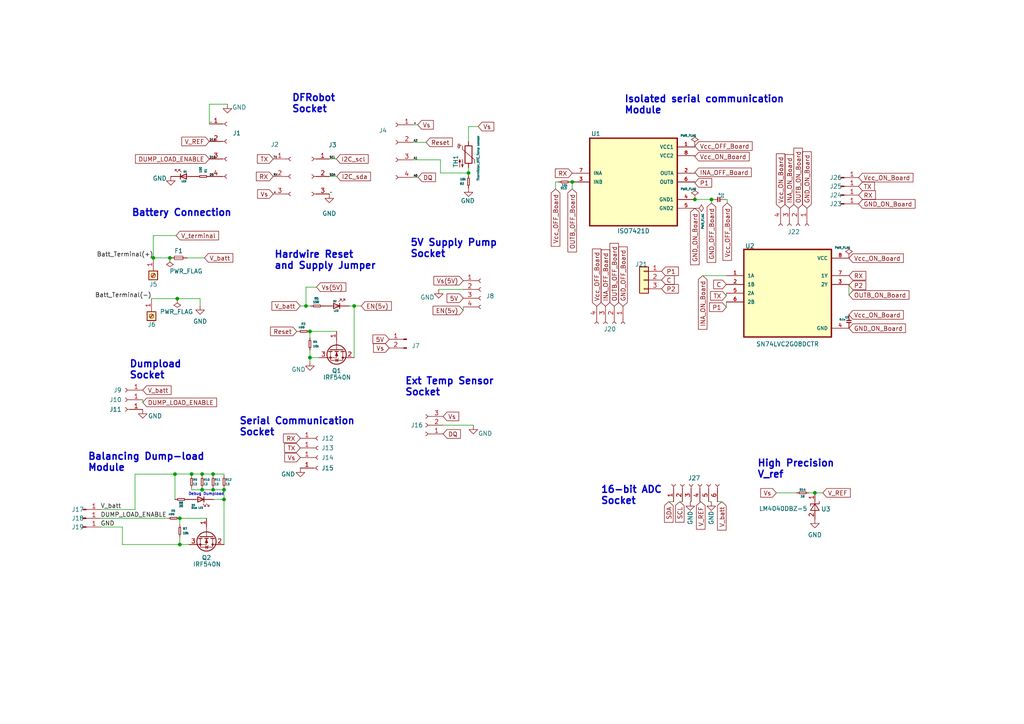
<source format=kicad_sch>
(kicad_sch (version 20230121) (generator eeschema)
  (paper "A4")
  (title_block (title "Skripsie BMS Module") (rev "v01") (company "University of Stellenbosch") (comment 2 "Supervisor: JM Struass") (comment 3 "Student number: 22877169") (comment 4 "Author: Willem Viljoen"))
  (lib_symbols
    (symbol "Connector:Conn_01x01_Pin" (pin_names (offset 1.016) hide)
      (property "Reference" "J" (at 0 2.54 0))
      (property "Value" "Conn_01x01_Pin" (at 0 -2.54 0))
      (symbol "Conn_01x01_Pin_1_1"
        (pin passive line (at 5.08 0 180) (length 3.81) (name "Pin_1") (number "1"))
      )
    )
    (symbol "Connector:Conn_01x01_Socket" (pin_names (offset 1.016) hide)
      (property "Reference" "J" (at 0 2.54 0))
      (property "Value" "Conn_01x01_Socket" (at 0 -2.54 0))
      (symbol "Conn_01x01_Socket_1_1"
        (pin passive line (at -5.08 0 0) (length 3.81) (name "Pin_1") (number "1"))
      )
    )
    (symbol "Connector:Conn_01x02_Pin" (pin_names (offset 1.016) hide)
      (property "Reference" "J" (at 0 2.54 0))
      (property "Value" "Conn_01x02_Pin" (at 0 -5.08 0))
      (symbol "Conn_01x02_Pin_1_1"
        (pin passive line (at 5.08 0 180) (length 3.81) (name "Pin_1") (number "1"))
        (pin passive line (at 5.08 -2.54 180) (length 3.81) (name "Pin_2") (number "2"))
      )
    )
    (symbol "Connector:Conn_01x03_Socket" (pin_names (offset 1.016) hide)
      (property "Reference" "J" (at 0 5.08 0))
      (property "Value" "Conn_01x03_Socket" (at 0 -5.08 0))
      (symbol "Conn_01x03_Socket_1_1"
        (pin passive line (at -5.08 2.54 0) (length 3.81) (name "Pin_1") (number "1"))
        (pin passive line (at -5.08 0 0) (length 3.81) (name "Pin_2") (number "2"))
        (pin passive line (at -5.08 -2.54 0) (length 3.81) (name "Pin_3") (number "3"))
      )
    )
    (symbol "Connector:Conn_01x04_Socket" (pin_names (offset 1.016) hide)
      (property "Reference" "J" (at 0 5.08 0))
      (property "Value" "Conn_01x04_Socket" (at 0 -7.62 0))
      (symbol "Conn_01x04_Socket_1_1"
        (pin passive line (at -5.08 2.54 0) (length 3.81) (name "Pin_1") (number "1"))
        (pin passive line (at -5.08 0 0) (length 3.81) (name "Pin_2") (number "2"))
        (pin passive line (at -5.08 -2.54 0) (length 3.81) (name "Pin_3") (number "3"))
        (pin passive line (at -5.08 -5.08 0) (length 3.81) (name "Pin_4") (number "4"))
      )
    )
    (symbol "Connector:Conn_01x05_Socket" (pin_names (offset 1.016) hide)
      (property "Reference" "J5" (at 1.651 0.635 0))
      (symbol "Conn_01x05_Socket_1_1"
        (pin passive line (at -5.08 5.08 0) (length 3.81) (name "Pin_1") (number "1"))
        (pin passive line (at -5.08 0 0) (length 3.81) (name "Pin_2") (number "2"))
        (pin passive line (at -5.08 -5.08 0) (length 3.81) (name "Pin_3") (number "3"))
      )
    )
    (symbol "Connector:Conn_01x06_Socket" (pin_names (offset 1.016) hide)
      (property "Reference" "J" (at 0 7.62 0))
      (property "Value" "Conn_01x06_Socket" (at 0 -10.16 0))
      (symbol "Conn_01x06_Socket_1_1"
        (pin passive line (at -5.08 5.08 0) (length 3.81) (name "Pin_1") (number "1"))
        (pin passive line (at -5.08 2.54 0) (length 3.81) (name "Pin_2") (number "2"))
        (pin passive line (at -5.08 0 0) (length 3.81) (name "Pin_3") (number "3"))
        (pin passive line (at -5.08 -2.54 0) (length 3.81) (name "Pin_4") (number "4"))
        (pin passive line (at -5.08 -5.08 0) (length 3.81) (name "Pin_5") (number "5"))
        (pin passive line (at -5.08 -7.62 0) (length 3.81) (name "Pin_6") (number "6"))
      )
    )
    (symbol "Connector:Conn_01x07_Socket" (pin_names (offset 1.016) hide)
      (property "Reference" "J10" (at 0 9.652 0))
      (symbol "Conn_01x07_Socket_1_1"
        (pin passive line (at -5.08 7.62 0) (length 3.81) (name "Pin_1") (number "1"))
        (pin passive line (at -5.08 2.54 0) (length 3.81) (name "Pin_2") (number "2"))
        (pin passive line (at -5.08 -2.54 0) (length 3.81) (name "Pin_3") (number "3"))
        (pin passive line (at -5.08 -7.62 0) (length 3.81) (name "Pin_4") (number "4"))
      )
    )
    (symbol "Connector:Screw_Terminal_01x01" (pin_names (offset 1.016) hide)
      (property "Reference" "J" (at 0 2.54 0))
      (property "Value" "Screw_Terminal_01x01" (at 0 -2.54 0))
      (symbol "Screw_Terminal_01x01_1_1"
        (pin passive line (at -5.08 0 0) (length 3.81) (name "Pin_1") (number "1"))
      )
    )
    (symbol "Connector_Generic:Conn_01x03" (pin_names (offset 1.016) hide)
      (property "Reference" "J" (at 0 5.08 0))
      (property "Value" "Conn_01x03" (at 0 -5.08 0))
      (symbol "Conn_01x03_1_1"
        (pin passive line (at -5.08 2.54 0) (length 3.81) (name "Pin_1") (number "1"))
        (pin passive line (at -5.08 0 0) (length 3.81) (name "Pin_2") (number "2"))
        (pin passive line (at -5.08 -2.54 0) (length 3.81) (name "Pin_3") (number "3"))
      )
    )
    (symbol "Device:C" (pin_numbers hide) (pin_names (offset 0.254))
      (property "Reference" "C" (at 0.9906 -0.5588 0))
      (property "Value" "C" (at 1.016 -0.5588 0))
      (symbol "C_1_1"
        (pin passive line (at 0.0508 -1.9812 90) (length 1.5) (name "~") (number "2"))
        (pin passive line (at 0.0508 1.905 270) (length 1.5) (name "~") (number "3"))
      )
    )
    (symbol "Device:Fuse_Small" (pin_numbers hide) (pin_names (offset 0.254) hide)
      (property "Reference" "F" (at 0 -1.524 0))
      (property "Value" "Fuse_Small" (at 0 1.524 0))
      (symbol "Fuse_Small_1_1"
        (pin passive line (at -2.54 0 0) (length 1.27) (name "~") (number "1"))
        (pin passive line (at 2.54 0 180) (length 1.27) (name "~") (number "2"))
      )
    )
    (symbol "Device:LED" (pin_numbers hide) (pin_names (offset 1.016) hide)
      (property "Reference" "D1" (at -1.524 3.302 0))
      (property "Value" "LED" (at -1.5875 2.286 0))
      (symbol "LED_1_1"
        (pin passive line (at -3.81 0 0) (length 2.54) (name "K") (number "1"))
        (pin passive line (at 3.81 0 180) (length 2.54) (name "A") (number "2"))
      )
    )
    (symbol "Device:R" (pin_numbers hide) (pin_names (offset 0))
      (property "Reference" "R" (at 1.524 -0.508 90))
      (property "Value" "R" (at 1.524 -0.508 90))
      (symbol "R_1_1"
        (pin passive line (at 0 -1.778 90) (length 0.6) (name "~") (number "2"))
        (pin passive line (at 0 1.778 270) (length 0.6) (name "~") (number "3"))
      )
    )
    (symbol "Device:Thermistor_NTC" (pin_numbers hide) (pin_names (offset 0))
      (property "Reference" "TH" (at -4.445 0 90))
      (property "Value" "Thermistor_NTC" (at 3.175 0 90))
      (symbol "Thermistor_NTC_1_1"
        (pin passive line (at 0 3.81 270) (length 1.27) (name "~") (number "1"))
        (pin passive line (at 0 -3.81 90) (length 1.27) (name "~") (number "2"))
      )
    )
    (symbol "ISO7421D:ISO7421D" (pin_names (offset 1.016))
      (property "Reference" "U" (at -12.7 13.7 0))
      (property "Value" "ISO7421D" (at -12.7 -16.7 0))
      (symbol "ISO7421D_0_0"
        (pin power_in line (at 17.78 10.16 180) (length 5.08) (name "VCC1") (number "1"))
        (pin output line (at 17.78 2.54 180) (length 5.08) (name "OUTA") (number "2"))
        (pin input line (at -17.78 0 0) (length 5.08) (name "INB") (number "3"))
        (pin power_in line (at 17.78 -5.08 180) (length 5.08) (name "GND1") (number "4"))
        (pin power_in line (at 17.78 -7.62 180) (length 5.08) (name "GND2") (number "5"))
        (pin output line (at 17.78 0 180) (length 5.08) (name "OUTB") (number "6"))
        (pin input line (at -17.78 2.54 0) (length 5.08) (name "INA") (number "7"))
        (pin power_in line (at 17.78 7.62 180) (length 5.08) (name "VCC2") (number "8"))
      )
    )
    (symbol "Reference_Voltage:LM4040DBZ-5" (pin_names (offset 0.0254) hide)
      (property "Reference" "U" (at 0 2.54 0))
      (property "Value" "LM4040DBZ-5" (at 0 -3.175 0))
      (symbol "LM4040DBZ-5_1_1"
        (pin passive line (at 3.81 0 180) (length 2.54) (name "K") (number "1"))
        (pin passive line (at -3.81 0 0) (length 2.54) (name "A") (number "2"))
      )
    )
    (symbol "TI_ANDgate:SN74LVC2G08DCTR" (pin_names (offset 1.016))
      (property "Reference" "U" (at -12.7 13.7 0))
      (property "Value" "SN74LVC2G08DCTR" (at -12.7 -16.7 0))
      (symbol "SN74LVC2G08DCTR_0_0"
        (pin input line (at -17.78 5.08 0) (length 5.08) (name "1A") (number "1"))
        (pin input line (at -17.78 2.54 0) (length 5.08) (name "1B") (number "2"))
        (pin output line (at 17.78 2.54 180) (length 5.08) (name "2Y") (number "3"))
        (pin power_in line (at 17.78 -10.16 180) (length 5.08) (name "GND") (number "4"))
        (pin input line (at -17.78 0 0) (length 5.08) (name "2A") (number "5"))
        (pin input line (at -17.78 -2.54 0) (length 5.08) (name "2B") (number "6"))
        (pin output line (at 17.78 5.08 180) (length 5.08) (name "1Y") (number "7"))
        (pin power_in line (at 17.78 10.16 180) (length 5.08) (name "VCC") (number "8"))
      )
    )
    (symbol "Transistor_FET:IRF540N" (pin_names hide)
      (property "Reference" "Q" (at 6.35 1.905 0))
      (property "Value" "IRF540N" (at 6.35 0 0))
      (symbol "IRF540N_1_1"
        (pin input line (at -5.08 0 0) (length 2.54) (name "G") (number "1"))
        (pin passive line (at 2.54 5.08 270) (length 2.54) (name "D") (number "2"))
        (pin passive line (at 2.54 -5.08 90) (length 2.54) (name "S") (number "3"))
      )
    )
    (symbol "power:GND" (power) (pin_names (offset 0))
      (property "Value" "GND" (at 0 -3.81 0))
      (symbol "GND_1_1"
        (pin power_in line (at 0 0 270) (length 0) hide (name "GND") (number "1"))
      )
    )
    (symbol "power:PWR_FLAG" (power) (pin_numbers hide) (pin_names (offset 0) hide)
      (property "Value" "PWR_FLAG" (at 0 3.81 0))
      (symbol "PWR_FLAG_0_0"
        (pin power_out line (at 0 0 90) (length 0) (name "pwr") (number "1"))
      )
    )
  )
  (junction (at 52.1462 150.3172))
  (junction (at 206.3496 57.8612))
  (junction (at 61.7982 137.4902))
  (junction (at 135.89 50.165))
  (junction (at 44.45 74.803))
  (junction (at 88.7476 88.7476))
  (junction (at 55.5752 137.4902))
  (junction (at 64.9732 144.8562))
  (junction (at 61.7982 142.0622))
  (junction (at 89.8906 103.7336))
  (junction (at 89.8906 96.1136))
  (junction (at 201.549 57.8612))
  (junction (at 102.7176 88.7476))
  (junction (at 50.7492 137.5156))
  (junction (at 236.347 142.9512))
  (junction (at 64.9732 142.0622))
  (junction (at 51.4096 86.614))
  (junction (at 165.9636 52.7812))
  (junction (at 58.6232 142.0622))
  (junction (at 49.276 74.803))
  (junction (at 52.1462 157.9372))
  (junction (at 58.6232 137.4902))
  (wire (pts (xy 58.6232 142.0622) (xy 55.5752 142.0622)))
  (wire (pts (xy 64.9732 137.9982) (xy 64.9732 137.4902)))
  (wire (pts (xy 44.45 74.803) (xy 49.276 74.803)))
  (wire (pts (xy 89.8906 103.7336) (xy 89.8906 101.5746)))
  (wire (pts (xy 61.7982 141.5542) (xy 61.7982 142.0622)))
  (wire (pts (xy 58.6232 141.5542) (xy 58.6232 142.0622)))
  (wire (pts (xy 58.039 88.646) (xy 58.039 86.614)))
  (wire (pts (xy 201.5236 57.8612) (xy 201.549 57.8612)))
  (wire (pts (xy 225.171 142.9512) (xy 231.013 142.9512)))
  (wire (pts (xy 92.5576 103.7336) (xy 89.8906 103.7336)))
  (wire (pts (xy 50.7492 137.4902) (xy 50.7492 137.5156)))
  (wire (pts (xy 246.2276 82.4992) (xy 246.2276 85.5472)))
  (wire (pts (xy 119.888 46.355) (xy 127.762 46.355)))
  (wire (pts (xy 39.1668 137.5156) (xy 50.7492 137.5156)))
  (wire (pts (xy 135.89 48.641) (xy 135.89 50.165)))
  (wire (pts (xy 58.6232 137.9982) (xy 58.6232 137.4902)))
  (wire (pts (xy 161.1376 52.7812) (xy 161.9758 52.7812)))
  (wire (pts (xy 29.1592 147.7772) (xy 39.1668 147.7772)))
  (wire (pts (xy 58.039 86.614) (xy 51.4096 86.614)))
  (wire (pts (xy 201.5236 42.3672) (xy 201.5236 42.6212)))
  (wire (pts (xy 236.347 142.9512) (xy 238.633 142.9512)))
  (wire (pts (xy 64.9732 144.8562) (xy 64.9732 157.9372)))
  (wire (pts (xy 86.0806 96.1136) (xy 86.3346 96.1136)))
  (wire (pts (xy 55.5752 137.4902) (xy 58.6232 137.4902)))
  (wire (pts (xy 205.5368 145.5166) (xy 206.2988 145.5166)))
  (wire (pts (xy 210.9216 57.8612) (xy 210.4644 57.8612)))
  (wire (pts (xy 64.9732 137.4902) (xy 61.7982 137.4902)))
  (wire (pts (xy 102.7176 88.7476) (xy 104.7496 88.7476)))
  (wire (pts (xy 193.9798 145.5166) (xy 195.3768 145.5166)))
  (wire (pts (xy 101.3206 88.7476) (xy 102.7176 88.7476)))
  (wire (pts (xy 102.7176 88.7476) (xy 102.7176 103.7336)))
  (wire (pts (xy 119.888 51.435) (xy 121.285 51.435)))
  (wire (pts (xy 51.054 68.326) (xy 44.45 68.326)))
  (wire (pts (xy 206.3496 57.8612) (xy 206.3496 58.8772)))
  (wire (pts (xy 127.762 50.165) (xy 135.89 50.165)))
  (wire (pts (xy 210.6676 87.5792) (xy 210.6676 89.1032)))
  (wire (pts (xy 201.5236 49.9872) (xy 201.5236 50.2412)))
  (wire (pts (xy 89.8906 103.7336) (xy 89.8906 104.8766)))
  (wire (pts (xy 119.888 41.275) (xy 123.571 41.275)))
  (wire (pts (xy 201.5236 45.1612) (xy 201.5236 45.4152)))
  (wire (pts (xy 119.888 36.195) (xy 121.158 36.195)))
  (wire (pts (xy 206.3496 57.8612) (xy 206.5782 57.8612)))
  (wire (pts (xy 127.254 83.947) (xy 134.366 83.947)))
  (wire (pts (xy 59.8932 150.3172) (xy 52.1462 150.3172)))
  (wire (pts (xy 88.7476 88.7476) (xy 90.1446 88.7476)))
  (wire (pts (xy 35.5092 157.9372) (xy 52.1462 157.9372)))
  (wire (pts (xy 203.8096 79.9592) (xy 210.6676 79.9592)))
  (wire (pts (xy 87.0966 88.7476) (xy 88.7476 88.7476)))
  (wire (pts (xy 201.549 57.8612) (xy 206.3496 57.8612)))
  (wire (pts (xy 135.89 41.021) (xy 135.89 36.703)))
  (wire (pts (xy 65.9638 30.226) (xy 60.706 30.226)))
  (wire (pts (xy 201.5236 52.7812) (xy 201.5236 53.0352)))
  (wire (pts (xy 200.2028 145.5166) (xy 200.4568 145.5166)))
  (wire (pts (xy 64.9732 141.5542) (xy 64.9732 142.0622)))
  (wire (pts (xy 135.89 50.165) (xy 135.89 50.927)))
  (wire (pts (xy 44.45 68.326) (xy 44.45 74.803)))
  (wire (pts (xy 55.5752 142.0622) (xy 55.5752 141.5542)))
  (wire (pts (xy 50.7492 137.5156) (xy 50.7492 144.8562)))
  (wire (pts (xy 135.89 36.703) (xy 138.684 36.703)))
  (wire (pts (xy 52.1462 150.3172) (xy 52.1462 152.2222)))
  (wire (pts (xy 89.8906 96.1136) (xy 89.8906 98.0186)))
  (wire (pts (xy 60.706 30.226) (xy 60.706 35.941)))
  (wire (pts (xy 134.366 89.027) (xy 134.366 90.043)))
  (wire (pts (xy 165.5318 52.7812) (xy 165.9636 52.7812)))
  (wire (pts (xy 29.1592 150.3172) (xy 48.5902 150.3172)))
  (wire (pts (xy 161.1376 54.8132) (xy 161.1376 52.7812)))
  (wire (pts (xy 88.7476 83.2866) (xy 91.7956 83.2866)))
  (wire (pts (xy 54.356 74.803) (xy 59.309 74.803)))
  (wire (pts (xy 52.1462 155.7782) (xy 52.1462 157.9372)))
  (wire (pts (xy 55.5752 137.4902) (xy 50.7492 137.4902)))
  (wire (pts (xy 61.7982 137.9982) (xy 61.7982 137.4902)))
  (wire (pts (xy 51.4096 86.614) (xy 43.942 86.614)))
  (wire (pts (xy 210.6676 85.0392) (xy 210.6676 85.8012)))
  (wire (pts (xy 127.762 46.355) (xy 127.762 50.165)))
  (wire (pts (xy 35.5092 152.8572) (xy 35.5092 157.9372)))
  (wire (pts (xy 210.9216 58.8772) (xy 210.9216 57.8612)))
  (wire (pts (xy 208.0768 145.5166) (xy 209.3468 145.5166)))
  (wire (pts (xy 95.504 51.181) (xy 97.663 51.181)))
  (wire (pts (xy 61.7982 137.4902) (xy 58.6232 137.4902)))
  (wire (pts (xy 61.9252 144.8562) (xy 64.9732 144.8562)))
  (wire (pts (xy 88.7476 83.2866) (xy 88.7476 88.7476)))
  (wire (pts (xy 137.287 123.317) (xy 128.524 123.317)))
  (wire (pts (xy 64.9732 144.8562) (xy 64.9732 142.0622)))
  (wire (pts (xy 64.9732 142.0622) (xy 61.7982 142.0622)))
  (wire (pts (xy 202.9968 145.5166) (xy 203.2508 145.5166)))
  (wire (pts (xy 61.7982 142.0622) (xy 58.6232 142.0622)))
  (wire (pts (xy 41.402 115.951) (xy 41.402 116.713)))
  (wire (pts (xy 54.8132 157.9372) (xy 52.1462 157.9372)))
  (wire (pts (xy 97.6376 96.1136) (xy 89.8906 96.1136)))
  (wire (pts (xy 165.9636 52.7812) (xy 165.9636 54.8132)))
  (wire (pts (xy 234.569 142.9512) (xy 236.347 142.9512)))
  (wire (pts (xy 197.1548 145.5166) (xy 197.9168 145.5166)))
  (wire (pts (xy 55.5752 137.4902) (xy 55.5752 137.9982)))
  (wire (pts (xy 29.1592 152.8572) (xy 35.5092 152.8572)))
  (wire (pts (xy 95.504 46.101) (xy 97.536 46.101)))
  (wire (pts (xy 39.1668 147.7772) (xy 39.1668 137.5156)))
  (text "Ext Temp Sensor\nSocket" (at 117.3988 115.0366 0) (effects (font (size 2 2) (thickness 0.4) bold) (justify left bottom)))
  (text "Balancing Dump-load\nModule" (at 25.4 136.9314 0) (effects (font (size 2 2) (thickness 0.4) bold) (justify left bottom)))
  (text "Isolated serial communication\nModule" (at 181.0258 33.2486 0) (effects (font (size 2 2) (thickness 0.4) bold) (justify left bottom)))
  (text "Hardwire Reset\nand Supply Jumper" (at 79.4766 78.3336 0) (effects (font (size 2 2) (thickness 0.4) bold) (justify left bottom)))
  (text "DFRobot\nSocket" (at 84.582 32.893 0) (effects (font (size 2 2) (thickness 0.4) bold) (justify left bottom)))
  (text "5V Supply Pump\nSocket" (at 118.9228 74.9046 0) (effects (font (size 2 2) (thickness 0.4) bold) (justify left bottom)))
  (text "High Precision\nV_ref" (at 219.583 138.8872 0) (effects (font (size 2 2) (thickness 0.4) bold) (justify left bottom)))
  (text "Dumpload\nSocket" (at 37.465 110.109 0) (effects (font (size 2 2) (thickness 0.4) bold) (justify left bottom)))
  (text "Battery Connection\n" (at 38.1 62.992 0) (effects (font (size 2 2) (thickness 0.4) bold) (justify left bottom)))
  (text "Serial Communication\nSocket" (at 69.342 126.619 0) (effects (font (size 2 2) (thickness 0.4) bold) (justify left bottom)))
  (text "16-bit ADC\nSocket" (at 174.1678 146.5326 0) (effects (font (size 2 2) (thickness 0.4) bold) (justify left bottom)))
  (text "Debug Dumpload" (at 54.6354 143.8656 0) (effects (font (size 0.8 0.8)) (justify left bottom)))
  (label "D10" (at 60.706 46.101 0) (effects (font (size 0.6 0.6))))
  (label "Batt_Terminal(+)" (at 44.45 74.803 180))
  (label "TX" (at 79.248 46.101 0) (effects (font (size 0.6 0.6))))
  (label "+" (at 79.248 56.261 0) (effects (font (size 0.6 0.6))))
  (label "V_batt" (at 29.1592 147.7772 0))
  (label "SDA" (at 95.504 51.181 0) (effects (font (size 0.6 0.6))))
  (label "A0" (at 119.888 51.435 0) (effects (font (size 0.6 0.6))))
  (label "A1" (at 119.888 46.355 0) (effects (font (size 0.6 0.6))))
  (label "GND" (at 29.1592 152.8572 0))
  (label "-" (at 60.706 35.941 0) (effects (font (size 0.6 0.6))))
  (label "RX" (at 79.248 51.181 0) (effects (font (size 0.6 0.6))))
  (label "SCL" (at 95.504 46.101 0) (effects (font (size 0.6 0.6))))
  (label "D9" (at 60.706 51.181 0) (effects (font (size 0.6 0.6))))
  (label "D11" (at 60.706 41.021 0) (effects (font (size 0.6 0.6))))
  (label "Batt_Terminal(-)" (at 43.942 86.614 180))
  (label "+" (at 119.888 36.195 0) (effects (font (size 0.6 0.6))))
  (label "-" (at 95.504 56.261 0) (effects (font (size 0.6 0.6))))
  (label "A2" (at 119.888 41.275 0) (effects (font (size 0.6 0.6))))
  (label "DUMP_LOAD_ENABLE" (at 29.1592 150.3172 0))
  (global_label "OUTB_OFF_Board" (shape input) (at 165.9636 54.8132 270) (property "Intersheetrefs" "${INTERSHEET_REFS}" (effects hide)))
  (global_label "OUTB_ON_Board" (shape input) (at 246.2276 85.5472 0) (property "Intersheetrefs" "${INTERSHEET_REFS}" (effects hide)))
  (global_label "Reset" (shape input) (at 86.0806 96.1136 180) (property "Intersheetrefs" "${INTERSHEET_REFS}" (effects hide)))
  (global_label "Vs" (shape input) (at 112.8776 100.9396 180) (property "Intersheetrefs" "${INTERSHEET_REFS}" (effects hide)))
  (global_label "V_REF" (shape input) (at 238.633 142.9512 0) (property "Intersheetrefs" "${INTERSHEET_REFS}" (effects hide)))
  (global_label "Vcc_ON_Board" (shape input) (at 246.2276 74.8792 0) (property "Intersheetrefs" "${INTERSHEET_REFS}" (effects hide)))
  (global_label "Vs(5V)" (shape input) (at 134.366 81.407 180) (property "Intersheetrefs" "${INTERSHEET_REFS}" (effects hide)))
  (global_label "V_batt" (shape input) (at 209.3468 145.5166 270) (property "Intersheetrefs" "${INTERSHEET_REFS}" (effects hide)))
  (global_label "INA_ON_Board" (shape input) (at 203.8096 79.9592 270) (property "Intersheetrefs" "${INTERSHEET_REFS}" (effects hide)))
  (global_label "OUTB_OFF_Board" (shape input) (at 178.1556 88.8492 90) (property "Intersheetrefs" "${INTERSHEET_REFS}" (effects hide)))
  (global_label "INA_OFF_Board" (shape input) (at 201.5236 49.9872 0) (property "Intersheetrefs" "${INTERSHEET_REFS}" (effects hide)))
  (global_label "GND_OFF_Board" (shape input) (at 206.3496 58.8772 270) (property "Intersheetrefs" "${INTERSHEET_REFS}" (effects hide)))
  (global_label "Vs" (shape input) (at 138.684 36.703 0) (property "Intersheetrefs" "${INTERSHEET_REFS}" (effects hide)))
  (global_label "Vs" (shape input) (at 121.158 36.195 0) (property "Intersheetrefs" "${INTERSHEET_REFS}" (effects hide)))
  (global_label "TX" (shape input) (at 79.248 46.101 180) (property "Intersheetrefs" "${INTERSHEET_REFS}" (effects hide)))
  (global_label "I2C_sda" (shape input) (at 97.663 51.181 0) (property "Intersheetrefs" "${INTERSHEET_REFS}" (effects hide)))
  (global_label "V_REF" (shape input) (at 203.2508 145.5166 270) (property "Intersheetrefs" "${INTERSHEET_REFS}" (effects hide)))
  (global_label "Vcc_ON_Board" (shape input) (at 249.0216 51.5112 0) (property "Intersheetrefs" "${INTERSHEET_REFS}" (effects hide)))
  (global_label "V_batt" (shape input) (at 87.0966 88.7476 180) (property "Intersheetrefs" "${INTERSHEET_REFS}" (effects hide)))
  (global_label "I2C_scl" (shape input) (at 97.536 46.101 0) (property "Intersheetrefs" "${INTERSHEET_REFS}" (effects hide)))
  (global_label "GND_ON_Board" (shape input) (at 246.2276 95.1992 0) (property "Intersheetrefs" "${INTERSHEET_REFS}" (effects hide)))
  (global_label "Vs" (shape input) (at 225.171 142.9512 180) (property "Intersheetrefs" "${INTERSHEET_REFS}" (effects hide)))
  (global_label "P1" (shape input) (at 191.8716 78.6892 0) (property "Intersheetrefs" "${INTERSHEET_REFS}" (effects hide)))
  (global_label "Vcc_ON_Board" (shape input) (at 201.5236 45.4152 0) (property "Intersheetrefs" "${INTERSHEET_REFS}" (effects hide)))
  (global_label "INA_ON_Board" (shape input) (at 228.9556 60.4012 90) (property "Intersheetrefs" "${INTERSHEET_REFS}" (effects hide)))
  (global_label "Vcc_ON_Board" (shape input) (at 246.2276 91.313 0) (property "Intersheetrefs" "${INTERSHEET_REFS}" (effects hide)))
  (global_label "RX" (shape input) (at 79.248 51.181 180) (property "Intersheetrefs" "${INTERSHEET_REFS}" (effects hide)))
  (global_label "P1" (shape input) (at 201.5236 53.0352 0) (property "Intersheetrefs" "${INTERSHEET_REFS}" (effects hide)))
  (global_label "RX" (shape input) (at 87.122 127.127 180) (property "Intersheetrefs" "${INTERSHEET_REFS}" (effects hide)))
  (global_label "C" (shape input) (at 191.8716 81.2292 0) (property "Intersheetrefs" "${INTERSHEET_REFS}" (effects hide)))
  (global_label "Vcc_ON_Board" (shape input) (at 226.4156 60.4012 90) (property "Intersheetrefs" "${INTERSHEET_REFS}" (effects hide)))
  (global_label "Vs" (shape input) (at 79.248 56.261 180) (property "Intersheetrefs" "${INTERSHEET_REFS}" (effects hide)))
  (global_label "EN(5v)" (shape input) (at 134.366 90.043 180) (property "Intersheetrefs" "${INTERSHEET_REFS}" (effects hide)))
  (global_label "V_batt" (shape input) (at 41.402 113.157 0) (property "Intersheetrefs" "${INTERSHEET_REFS}" (effects hide)))
  (global_label "5V" (shape input) (at 134.366 86.487 180) (property "Intersheetrefs" "${INTERSHEET_REFS}" (effects hide)))
  (global_label "P2" (shape input) (at 191.8716 83.7692 0) (property "Intersheetrefs" "${INTERSHEET_REFS}" (effects hide)))
  (global_label "DQ" (shape input) (at 121.285 51.435 0) (property "Intersheetrefs" "${INTERSHEET_REFS}" (effects hide)))
  (global_label "GND_OFF_Board" (shape input) (at 180.6956 88.8492 90) (property "Intersheetrefs" "${INTERSHEET_REFS}" (effects hide)))
  (global_label "V_REF" (shape input) (at 60.706 41.021 180) (property "Intersheetrefs" "${INTERSHEET_REFS}" (effects hide)))
  (global_label "EN(5v)" (shape input) (at 104.7496 88.7476 0) (property "Intersheetrefs" "${INTERSHEET_REFS}" (effects hide)))
  (global_label "Vcc_OFF_Board" (shape input) (at 201.5236 42.3672 0) (property "Intersheetrefs" "${INTERSHEET_REFS}" (effects hide)))
  (global_label "TX" (shape input) (at 87.122 129.921 180) (property "Intersheetrefs" "${INTERSHEET_REFS}" (effects hide)))
  (global_label "GND_ON_Board" (shape input) (at 234.0356 60.4012 90) (property "Intersheetrefs" "${INTERSHEET_REFS}" (effects hide)))
  (global_label "SDA" (shape input) (at 193.9798 145.5166 270) (property "Intersheetrefs" "${INTERSHEET_REFS}" (effects hide)))
  (global_label "RX" (shape input) (at 165.9636 50.2412 180) (property "Intersheetrefs" "${INTERSHEET_REFS}" (effects hide)))
  (global_label "SCL" (shape input) (at 197.1548 145.5166 270) (property "Intersheetrefs" "${INTERSHEET_REFS}" (effects hide)))
  (global_label "Vs" (shape input) (at 87.122 132.715 180) (property "Intersheetrefs" "${INTERSHEET_REFS}" (effects hide)))
  (global_label "P1" (shape input) (at 210.6676 89.1032 180) (property "Intersheetrefs" "${INTERSHEET_REFS}" (effects hide)))
  (global_label "RX" (shape input) (at 249.0216 56.5912 0) (property "Intersheetrefs" "${INTERSHEET_REFS}" (effects hide)))
  (global_label "Vs(5V)" (shape input) (at 91.7956 83.2866 0) (property "Intersheetrefs" "${INTERSHEET_REFS}" (effects hide)))
  (global_label "V_terminal" (shape input) (at 51.054 68.326 0) (property "Intersheetrefs" "${INTERSHEET_REFS}" (effects hide)))
  (global_label "OUTB_ON_Board" (shape input) (at 231.4956 60.4012 90) (property "Intersheetrefs" "${INTERSHEET_REFS}" (effects hide)))
  (global_label "5V" (shape input) (at 112.8776 98.3996 180) (property "Intersheetrefs" "${INTERSHEET_REFS}" (effects hide)))
  (global_label "DQ" (shape input) (at 128.524 125.857 0) (property "Intersheetrefs" "${INTERSHEET_REFS}" (effects hide)))
  (global_label "Vcc_OFF_Board" (shape input) (at 210.9216 58.8772 270) (property "Intersheetrefs" "${INTERSHEET_REFS}" (effects hide)))
  (global_label "TX" (shape input) (at 249.0216 54.0512 0) (property "Intersheetrefs" "${INTERSHEET_REFS}" (effects hide)))
  (global_label "V_batt" (shape input) (at 59.309 74.803 0) (property "Intersheetrefs" "${INTERSHEET_REFS}" (effects hide)))
  (global_label "P2" (shape input) (at 246.2276 82.7532 0) (property "Intersheetrefs" "${INTERSHEET_REFS}" (effects hide)))
  (global_label "GND_ON_Board" (shape input) (at 201.5236 60.4012 270) (property "Intersheetrefs" "${INTERSHEET_REFS}" (effects hide)))
  (global_label "RX" (shape input) (at 246.2276 79.9592 0) (property "Intersheetrefs" "${INTERSHEET_REFS}" (effects hide)))
  (global_label "C" (shape input) (at 210.6676 82.4992 180) (property "Intersheetrefs" "${INTERSHEET_REFS}" (effects hide)))
  (global_label "TX" (shape input) (at 210.6676 85.8012 180) (property "Intersheetrefs" "${INTERSHEET_REFS}" (effects hide)))
  (global_label "INA_OFF_Board" (shape input) (at 175.6156 88.8492 90) (property "Intersheetrefs" "${INTERSHEET_REFS}" (effects hide)))
  (global_label "DUMP_LOAD_ENABLE" (shape input) (at 60.706 46.101 180) (property "Intersheetrefs" "${INTERSHEET_REFS}" (effects hide)))
  (global_label "Vcc_OFF_Board" (shape input) (at 173.0756 88.8492 90) (property "Intersheetrefs" "${INTERSHEET_REFS}" (effects hide)))
  (global_label "Vs" (shape input) (at 128.524 120.777 0) (property "Intersheetrefs" "${INTERSHEET_REFS}" (effects hide)))
  (global_label "GND_ON_Board" (shape input) (at 249.0216 59.1312 0) (property "Intersheetrefs" "${INTERSHEET_REFS}" (effects hide)))
  (global_label "Vcc_OFF_Board" (shape input) (at 161.1376 54.8132 270) (property "Intersheetrefs" "${INTERSHEET_REFS}" (effects hide)))
  (global_label "DUMP_LOAD_ENABLE" (shape input) (at 41.402 116.713 0) (property "Intersheetrefs" "${INTERSHEET_REFS}" (effects hide)))
  (global_label "Reset" (shape input) (at 123.571 41.275 0) (property "Intersheetrefs" "${INTERSHEET_REFS}" (effects hide)))
  (symbol (lib_id "Connector:Conn_01x05_Socket") (at 84.328 51.181 0) (unit 1)
    (property "Reference" "J2" (at 78.486 41.91 0) (effects (justify left)))
    (property "Value" "Conn_01x05_Socket" (effects hide))
    (property "Footprint" "Connector_PinSocket_2.54mm:PinSocket_1x05_P2.54mm_Vertical" (effects hide))
  )
  (symbol (lib_id "Connector:Conn_01x03_Socket") (at 123.444 123.317 180) (unit 1)
    (property "Reference" "J16" (at 120.904 123.317 0))
    (property "Value" "Conn_01x03_Socket" (effects hide))
    (property "Footprint" "Connector_PinSocket_2.54mm:PinSocket_1x03_P2.54mm_Vertical" (effects hide))
  )
  (symbol (lib_id "power:GND") (at 87.122 135.763 0) (mirror y) (unit 1)
    (property "Reference" "#PWR05" (effects hide))
    (property "Value" "GND" (at 83.566 137.541 0))
  )
  (symbol (lib_id "power:GND") (at 95.504 56.261 0) (mirror y) (unit 1)
    (property "Reference" "#PWR07" (effects hide))
    (property "Value" "GND" (at 95.504 61.9252 0))
  )
  (symbol (lib_id "Device:LED") (at 53.34 51.181 0) (mirror x) (unit 1)
    (property "Reference" "D1" (at 53.721 49.784 0) (effects (font (size 0.5 0.5))))
    (property "Value" "LED" (at 53.34 52.578 0) (effects (font (size 0.5 0.5))))
    (property "Footprint" "LED_SMD:LED_1206_3216Metric_Pad1.42x1.75mm_HandSolder" (effects hide))
  )
  (symbol (lib_id "power:GND") (at 49.53 51.181 0) (mirror y) (unit 1)
    (property "Reference" "#PWR02" (effects hide))
    (property "Value" "GND" (at 46.3042 51.7398 0))
  )
  (symbol (lib_id "power:PWR_FLAG") (at 49.276 74.803 180) (unit 1)
    (property "Reference" "#FLG02" (effects hide))
    (property "Value" "PWR_FLAG" (at 53.9496 78.6638 0))
  )
  (symbol (lib_id "Device:C") (at 208.4832 57.912 90) (unit 1)
    (property "Reference" "C1" (at 210.1088 57.1246 90) (effects (font (size 0.5 0.5)) (justify left)))
    (property "Value" "0.1u" (at 210.1088 56.2864 90) (effects (font (size 0.5 0.5)) (justify left)))
    (property "Footprint" "Capacitor_SMD:C_0603_1608Metric_Pad1.08x0.95mm_HandSolder" (effects hide))
    (property "Datasheet" "https://product.tdk.com/system/files/dam/doc/product/capacitor/ceramic/mlcc/catalog/mlcc_commercial_general_en.pdf" (effects hide))
  )
  (symbol (lib_id "power:PWR_FLAG") (at 201.549 57.8612 0) (unit 1)
    (property "Reference" "#FLG03" (effects hide))
    (property "Value" "PWR_FLAG" (at 199.6694 54.8386 0) (effects (font (size 0.6 0.6))))
  )
  (symbol (lib_id "Connector:Conn_01x01_Socket") (at 36.322 115.951 180) (unit 1)
    (property "Reference" "J10" (at 35.306 115.951 0) (effects (justify left)))
    (property "Value" "Conn_01x01_Socket" (effects hide))
    (property "Footprint" "Connector_PinSocket_2.54mm:PinSocket_1x01_P2.54mm_Vertical" (effects hide))
  )
  (symbol (lib_id "Connector:Conn_01x01_Pin") (at 243.9416 54.0512 0) (unit 1)
    (property "Reference" "J25" (at 242.4176 54.0512 0))
    (property "Value" "Conn_01x01_Pin" (effects hide))
    (property "Footprint" "Connector_PinHeader_2.54mm:PinHeader_1x01_P2.54mm_Vertical" (effects hide))
  )
  (symbol (lib_id "Connector:Conn_01x01_Socket") (at 92.202 129.921 0) (unit 1)
    (property "Reference" "J13" (at 93.218 129.921 0) (effects (justify left)))
    (property "Value" "Conn_01x01_Socket" (effects hide))
    (property "Footprint" "Connector_PinSocket_2.54mm:PinSocket_1x01_P2.54mm_Vertical" (effects hide))
  )
  (symbol (lib_id "Device:R") (at 52.1462 154.0002 0) (unit 1)
    (property "Reference" "R7" (at 53.0352 153.3652 0) (effects (font (size 0.6 0.6)) (justify left)))
    (property "Value" "10k" (at 53.0352 154.6352 0) (effects (font (size 0.6 0.6)) (justify left)))
    (property "Footprint" "Resistor_SMD:R_1206_3216Metric_Pad1.30x1.75mm_HandSolder" (effects hide))
    (property "Datasheet" "https://www.seielect.com/Catalog/SEI-RNCP.pdf" (effects hide))
  )
  (symbol (lib_id "Reference_Voltage:LM4040DBZ-5") (at 236.347 146.7612 270) (mirror x) (unit 1)
    (property "Reference" "U3" (at 240.919 147.6502 90) (effects (justify right)))
    (property "Value" "LM4040DBZ-5" (at 234.188 147.5232 90) (effects (justify right)))
    (property "Footprint" "Package_TO_SOT_SMD:SOT-23" (effects hide))
    (property "Datasheet" "http://www.ti.com/lit/ds/symlink/lm4040-n.pdf" (effects hide))
  )
  (symbol (lib_id "Connector:Conn_01x01_Pin") (at 24.0792 150.3172 0) (unit 1)
    (property "Reference" "J18" (at 22.5552 150.3172 0))
    (property "Value" "Conn_01x01_Pin" (effects hide))
    (property "Footprint" "Connector_PinHeader_2.54mm:PinHeader_1x01_P2.54mm_Vertical" (effects hide))
  )
  (symbol (lib_id "Connector:Conn_01x04_Socket") (at 231.4956 65.4812 270) (unit 1)
    (property "Reference" "J22" (at 230.2256 67.2592 90))
    (property "Value" "Conn_01x04_Socket" (effects hide))
    (property "Footprint" "Connector_PinSocket_2.54mm:PinSocket_1x04_P2.54mm_Vertical" (effects hide))
  )
  (symbol (lib_id "TI_ANDgate:SN74LVC2G08DCTR") (at 228.4476 85.0392 0) (unit 1)
    (property "Reference" "U2" (at 217.5002 71.3486 0))
    (property "Value" "SN74LVC2G08DCTR" (at 228.4222 99.7966 0))
    (property "Footprint" "TI_ANDgateFP:TI_ANDgateFP" (effects hide))
    (property "Datasheet" "https://www.ti.com/lit/ds/symlink/sn74lvc2g08.pdf?ts=1683541033562&ref_url=https%253A%252F%252Fwww.ti.com%252Fsitesearch%252Fen-us%252Fdocs%252Funiversalsearch.tsp%253FlangPref%253Den-US%2526searchTerm%253DSN74LVC2G08%2526nr%253D62" (effects hide))
  )
  (symbol (lib_id "Connector:Conn_01x02_Pin") (at 117.9576 98.3996 0) (mirror y) (unit 1)
    (property "Reference" "J7" (at 119.38 100.3046 0) (effects (justify right)))
    (property "Value" "Conn_01x02_Pin" (effects hide))
    (property "Footprint" "Connector_PinHeader_2.54mm:PinHeader_1x02_P2.54mm_Vertical" (effects hide))
  )
  (symbol (lib_id "Device:R") (at 163.7538 52.7812 90) (mirror x) (unit 1)
    (property "Reference" "R13" (at 163.4998 54.61 90) (effects (font (size 0.6 0.6))))
    (property "Value" "10k" (at 163.7538 53.7464 90) (effects (font (size 0.6 0.6))))
    (property "Footprint" "Resistor_SMD:R_1206_3216Metric_Pad1.30x1.75mm_HandSolder" (effects hide))
    (property "Datasheet" "https://www.seielect.com/Catalog/SEI-RNCP.pdf" (effects hide))
  )
  (symbol (lib_id "Device:Fuse_Small") (at 51.816 74.803 0) (unit 1)
    (property "Reference" "F1" (at 51.816 72.771 0))
    (property "Value" "Fuse_Small" (effects hide))
    (property "Footprint" "Fuse:Fuseholder_Clip-5x20mm_Littelfuse_111_Lateral_P18.80x5.00mm_D1.17mm_Horizontal" (effects hide))
    (property "Datasheet" "https://www.littelfuse.com/~/media/electronics/datasheets/fuse_clips/littelfuse_fuse_clip_111_datasheet.pdf.pdf https://www.littelfuse.com/~/media/electronics/datasheets/fuses/littelfuse_fuse_217_datasheet.pdf.pdf" (effects hide))
  )
  (symbol (lib_id "Connector:Conn_01x01_Socket") (at 36.322 113.157 180) (unit 1)
    (property "Reference" "J9" (at 35.306 113.157 0) (effects (justify left)))
    (property "Value" "Conn_01x01_Socket" (effects hide))
    (property "Footprint" "Connector_PinSocket_2.54mm:PinSocket_1x01_P2.54mm_Vertical" (effects hide))
  )
  (symbol (lib_id "power:PWR_FLAG") (at 201.5236 42.3672 0) (unit 1)
    (property "Reference" "#FLG06" (effects hide))
    (property "Value" "PWR_FLAG" (at 199.644 39.3446 0) (effects (font (size 0.6 0.6))))
  )
  (symbol (lib_id "Connector:Conn_01x01_Pin") (at 243.9416 51.5112 0) (unit 1)
    (property "Reference" "J26" (at 242.4176 51.5112 0))
    (property "Value" "Conn_01x01_Pin" (effects hide))
    (property "Footprint" "Connector_PinHeader_2.54mm:PinHeader_1x01_P2.54mm_Vertical" (effects hide))
  )
  (symbol (lib_id "power:GND") (at 206.2988 145.5166 0) (unit 1)
    (property "Reference" "#PWR012" (effects hide))
    (property "Value" "GND" (at 206.2988 150.2156 90))
  )
  (symbol (lib_id "Connector:Conn_01x01_Pin") (at 243.9416 56.5912 0) (unit 1)
    (property "Reference" "J24" (at 242.4176 56.5912 0))
    (property "Value" "Conn_01x01_Pin" (effects hide))
    (property "Footprint" "Connector_PinHeader_2.54mm:PinHeader_1x01_P2.54mm_Vertical" (effects hide))
  )
  (symbol (lib_id "Connector:Conn_01x07_Socket") (at 65.786 43.561 0) (unit 1)
    (property "Reference" "J1" (at 67.4878 38.608 0) (effects (justify left)))
    (property "Value" "Conn_01x07_Socket" (effects hide))
    (property "Footprint" "Connector_PinSocket_2.54mm:PinSocket_1x07_P2.54mm_Vertical" (effects hide))
  )
  (symbol (lib_id "Connector:Conn_01x01_Pin") (at 243.9416 59.1312 0) (unit 1)
    (property "Reference" "J23" (at 242.4176 59.1312 0))
    (property "Value" "Conn_01x01_Pin" (effects hide))
    (property "Footprint" "Connector_PinHeader_2.54mm:PinHeader_1x01_P2.54mm_Vertical" (effects hide))
  )
  (symbol (lib_id "power:GND") (at 127.254 83.947 0) (unit 1)
    (property "Reference" "#PWR08" (effects hide))
    (property "Value" "GND" (at 123.952 86.233 0))
  )
  (symbol (lib_id "Connector:Conn_01x01_Socket") (at 36.322 118.745 180) (unit 1)
    (property "Reference" "J11" (at 35.306 118.745 0) (effects (justify left)))
    (property "Value" "Conn_01x01_Socket" (effects hide))
    (property "Footprint" "Connector_PinSocket_2.54mm:PinSocket_1x01_P2.54mm_Vertical" (effects hide))
  )
  (symbol (lib_id "power:PWR_FLAG") (at 246.2276 74.8792 0) (unit 1)
    (property "Reference" "#FLG05" (effects hide))
    (property "Value" "PWR_FLAG" (at 244.348 71.8566 0) (effects (font (size 0.6 0.6))))
  )
  (symbol (lib_id "Connector:Conn_01x05_Socket") (at 90.424 51.181 0) (mirror y) (unit 1)
    (property "Reference" "J3" (at 97.663 42.037 0) (effects (justify left)))
    (property "Value" "Conn_01x05_Socket" (effects hide))
    (property "Footprint" "Connector_PinSocket_2.54mm:PinSocket_1x05_P2.54mm_Vertical" (effects hide))
  )
  (symbol (lib_id "power:PWR_FLAG") (at 51.4096 86.614 180) (unit 1)
    (property "Reference" "#FLG01" (effects hide))
    (property "Value" "PWR_FLAG" (at 51.181 90.424 0))
  )
  (symbol (lib_id "Transistor_FET:IRF540N") (at 59.8932 155.3972 270) (unit 1)
    (property "Reference" "Q2" (at 59.8932 161.7472 90))
    (property "Value" "IRF540N" (at 60.0202 163.6522 90))
    (property "Footprint" "Package_TO_SOT_THT:TO-220-3_Vertical" (effects hide))
    (property "Datasheet" "http://www.irf.com/product-info/datasheets/data/irf540n.pdf" (effects hide))
  )
  (symbol (lib_id "Device:LED") (at 97.5106 88.7476 180) (unit 1)
    (property "Reference" "D2" (at 97.1296 87.3506 0) (effects (font (size 0.5 0.5))))
    (property "Value" "LED" (at 97.5106 90.1446 0) (effects (font (size 0.5 0.5))))
    (property "Footprint" "LED_SMD:LED_1206_3216Metric_Pad1.42x1.75mm_HandSolder" (effects hide))
    (property "Datasheet" "https://optoelectronics.liteon.com/upload/download/DS22-2000-072/LTST-C150KGKT.pdf" (effects hide))
  )
  (symbol (lib_id "Device:R") (at 58.6232 139.7762 0) (unit 1)
    (property "Reference" "R10" (at 59.0042 139.1412 0) (effects (font (size 0.6 0.6)) (justify left)))
    (property "Value" "13" (at 59.0042 140.4112 0) (effects (font (size 0.6 0.6)) (justify left)))
    (property "Footprint" "Resistor_SMD:R_1206_3216Metric_Pad1.30x1.75mm_HandSolder" (effects hide))
    (property "Datasheet" "https://www.susumu.co.jp/common/pdf/n_catalog_partition24_en.pdf" (effects hide))
  )
  (symbol (lib_id "Device:R") (at 232.791 142.9512 270) (mirror x) (unit 1)
    (property "Reference" "R14" (at 232.791 142.0622 90) (effects (font (size 0.6 0.6))))
    (property "Value" "10" (at 232.791 143.9672 90) (effects (font (size 0.6 0.6))))
    (property "Footprint" "Resistor_SMD:R_1206_3216Metric_Pad1.30x1.75mm_HandSolder" (effects hide))
  )
  (symbol (lib_id "Connector:Conn_01x06_Socket") (at 200.4568 140.4366 90) (unit 1)
    (property "Reference" "J27" (at 201.3458 138.6586 90))
    (property "Value" "Conn_01x06_Socket" (effects hide))
    (property "Footprint" "Connector_PinSocket_2.54mm:PinSocket_1x06_P2.54mm_Vertical" (effects hide))
  )
  (symbol (lib_id "Connector:Conn_01x04_Socket") (at 178.1556 93.9292 270) (unit 1)
    (property "Reference" "J20" (at 176.8856 95.4532 90))
    (property "Value" "Conn_01x04_Socket" (effects hide))
    (property "Footprint" "Connector_PinSocket_2.54mm:PinSocket_1x04_P2.54mm_Vertical" (effects hide))
  )
  (symbol (lib_id "Device:R") (at 135.89 52.705 0) (mirror x) (unit 1)
    (property "Reference" "R2" (at 133.35 53.3146 0) (effects (font (size 0.6 0.6)) (justify left)))
    (property "Value" "10k" (at 133.4008 51.9938 0) (effects (font (size 0.6 0.6)) (justify left)))
    (property "Footprint" "Resistor_SMD:R_1206_3216Metric_Pad1.30x1.75mm_HandSolder" (effects hide))
    (property "Datasheet" "https://www.seielect.com/Catalog/SEI-RNCP.pdf" (effects hide))
  )
  (symbol (lib_id "Connector_Generic:Conn_01x03") (at 186.7916 81.2292 0) (mirror y) (unit 1)
    (property "Reference" "J21" (at 187.8076 76.6572 0) (effects (justify left)))
    (property "Value" "Conn_01x03" (effects hide))
    (property "Footprint" "Connector_PinHeader_2.54mm:PinHeader_1x03_P2.54mm_Vertical" (effects hide))
  )
  (symbol (lib_id "Device:R") (at 50.3682 150.3172 90) (unit 1)
    (property "Reference" "R6" (at 50.2412 148.1582 90) (effects (font (size 0.6 0.6))))
    (property "Value" "499" (at 49.7332 149.1742 90) (effects (font (size 0.6 0.6))))
    (property "Footprint" "Resistor_SMD:R_1206_3216Metric_Pad1.30x1.75mm_HandSolder" (effects hide))
    (property "Datasheet" "https://docs.rs-online.com/5f1a/0900766b8137276c.pdf" (effects hide))
  )
  (symbol (lib_id "Device:R") (at 55.5752 139.7762 0) (unit 1)
    (property "Reference" "R9" (at 55.9562 139.1412 0) (effects (font (size 0.6 0.6)) (justify left)))
    (property "Value" "13" (at 55.9562 140.4112 0) (effects (font (size 0.6 0.6)) (justify left)))
    (property "Footprint" "Resistor_SMD:R_1206_3216Metric_Pad1.30x1.75mm_HandSolder" (effects hide))
    (property "Datasheet" "https://www.susumu.co.jp/common/pdf/n_catalog_partition24_en.pdf" (effects hide))
  )
  (symbol (lib_id "Device:R") (at 52.5272 144.8562 90) (mirror x) (unit 1)
    (property "Reference" "R8" (at 52.5272 145.8722 90) (effects (font (size 0.6 0.6))))
    (property "Value" "20" (at 52.5272 146.7612 90) (effects (font (size 0.6 0.6))))
    (property "Footprint" "Resistor_SMD:R_1206_3216Metric_Pad1.30x1.75mm_HandSolder" (effects hide))
    (property "Datasheet" "https://docs.rs-online.com/dddd/0900766b814c547f.pdf" (effects hide))
  )
  (symbol (lib_id "Device:R") (at 91.9226 88.7476 90) (unit 1)
    (property "Reference" "R5" (at 91.7956 86.5886 90) (effects (font (size 0.6 0.6))))
    (property "Value" "150" (at 91.6686 87.6046 90) (effects (font (size 0.6 0.6))))
    (property "Footprint" "Resistor_SMD:R_1206_3216Metric_Pad1.30x1.75mm_HandSolder" (effects hide))
    (property "Datasheet" "https://www.te.com/commerce/DocumentDelivery/DDEController?Action=srchrtrv&DocNm=9-1773463-9&DocType=DS&DocLang=English" (effects hide))
  )
  (symbol (lib_id "Device:C") (at 246.2784 93.218 0) (mirror y) (unit 1)
    (property "Reference" "C2" (at 246.1768 92.0242 0) (effects (font (size 0.5 0.5)) (justify left)))
    (property "Value" "0.1u" (at 245.2116 92.6592 0) (effects (font (size 0.5 0.5)) (justify left)))
    (property "Footprint" "Capacitor_SMD:C_0603_1608Metric_Pad1.08x0.95mm_HandSolder" (effects hide))
    (property "Datasheet" "https://product.tdk.com/system/files/dam/doc/product/capacitor/ceramic/mlcc/catalog/mlcc_commercial_general_en.pdf" (effects hide))
  )
  (symbol (lib_id "Connector:Conn_01x04_Socket") (at 139.446 83.947 0) (unit 1)
    (property "Reference" "J8" (at 140.97 85.852 0) (effects (justify left)))
    (property "Value" "Conn_01x04_Socket" (effects hide))
    (property "Footprint" "Connector_PinSocket_2.54mm:PinSocket_1x04_P2.54mm_Vertical" (effects hide))
  )
  (symbol (lib_id "Device:R") (at 61.7982 139.7762 0) (unit 1)
    (property "Reference" "R11" (at 62.1792 139.1412 0) (effects (font (size 0.6 0.6)) (justify left)))
    (property "Value" "13" (at 62.1792 140.4112 0) (effects (font (size 0.6 0.6)) (justify left)))
    (property "Footprint" "Resistor_SMD:R_1206_3216Metric_Pad1.30x1.75mm_HandSolder" (effects hide))
    (property "Datasheet" "https://www.susumu.co.jp/common/pdf/n_catalog_partition24_en.pdf" (effects hide))
  )
  (symbol (lib_id "Connector:Conn_01x01_Pin") (at 24.0792 147.7772 0) (unit 1)
    (property "Reference" "J17" (at 22.5552 147.7772 0))
    (property "Value" "Conn_01x01_Pin" (effects hide))
    (property "Footprint" "Connector_PinHeader_2.54mm:PinHeader_1x01_P2.54mm_Vertical" (effects hide))
  )
  (symbol (lib_id "power:PWR_FLAG") (at 201.5236 60.4012 270) (unit 1)
    (property "Reference" "#FLG04" (effects hide))
    (property "Value" "PWR_FLAG" (at 203.835 61.9506 0) (effects (font (size 0.6 0.6)) (justify left)))
  )
  (symbol (lib_id "power:GND") (at 41.402 118.745 0) (unit 1)
    (property "Reference" "#PWR01" (effects hide))
    (property "Value" "GND" (at 44.958 120.65 0))
  )
  (symbol (lib_id "Connector:Conn_01x07_Socket") (at 114.808 43.815 0) (mirror y) (unit 1)
    (property "Reference" "J4" (at 112.268 37.846 0) (effects (justify left)))
    (property "Value" "Conn_01x07_Socket" (effects hide))
    (property "Footprint" "Connector_PinSocket_2.54mm:PinSocket_1x07_P2.54mm_Vertical" (effects hide))
  )
  (symbol (lib_id "power:GND") (at 65.9638 30.226 0) (unit 1)
    (property "Reference" "#PWR04" (effects hide))
    (property "Value" "GND" (at 69.3928 31.115 0))
  )
  (symbol (lib_id "Device:Thermistor_NTC") (at 135.89 44.831 0) (unit 1)
    (property "Reference" "TH1" (at 132.1816 48.641 90) (effects (justify left)))
    (property "Value" "Thermistor_NTC_Temp sensor" (at 138.684 52.451 90) (effects (font (size 0.6 0.6)) (justify left)))
    (property "Footprint" "Resistor_SMD:R_0805_2012Metric_Pad1.20x1.40mm_HandSolder" (effects hide))
    (property "Datasheet" "https://docs.rs-online.com/2a0d/0900766b8150d0f4.pdf" (effects hide))
  )
  (symbol (lib_id "power:GND") (at 236.347 150.5712 0) (mirror y) (unit 1)
    (property "Reference" "#PWR013" (effects hide))
    (property "Value" "GND" (at 236.347 155.1432 0))
  )
  (symbol (lib_id "Transistor_FET:IRF540N") (at 97.6376 101.1936 270) (unit 1)
    (property "Reference" "Q1" (at 97.6376 107.5436 90))
    (property "Value" "IRF540N" (at 97.7646 109.4486 90))
    (property "Footprint" "Package_TO_SOT_THT:TO-220-3_Vertical" (effects hide))
    (property "Datasheet" "http://www.irf.com/product-info/datasheets/data/irf540n.pdf" (effects hide))
  )
  (symbol (lib_id "Device:R") (at 64.9732 139.7762 0) (unit 1)
    (property "Reference" "R12" (at 65.3542 139.1412 0) (effects (font (size 0.6 0.6)) (justify left)))
    (property "Value" "13" (at 65.3542 140.4112 0) (effects (font (size 0.6 0.6)) (justify left)))
    (property "Footprint" "Resistor_SMD:R_1206_3216Metric_Pad1.30x1.75mm_HandSolder" (effects hide))
    (property "Datasheet" "https://www.susumu.co.jp/common/pdf/n_catalog_partition24_en.pdf" (effects hide))
  )
  (symbol (lib_id "Connector:Conn_01x01_Socket") (at 92.202 132.715 0) (unit 1)
    (property "Reference" "J14" (at 93.218 132.715 0) (effects (justify left)))
    (property "Value" "Conn_01x01_Socket" (effects hide))
    (property "Footprint" "Connector_PinSocket_2.54mm:PinSocket_1x01_P2.54mm_Vertical" (effects hide))
  )
  (symbol (lib_id "power:GND") (at 200.2028 145.5166 0) (unit 1)
    (property "Reference" "#PWR011" (effects hide))
    (property "Value" "GND" (at 200.2028 150.2156 90))
  )
  (symbol (lib_id "Connector:Conn_01x01_Socket") (at 92.202 127.127 0) (unit 1)
    (property "Reference" "J12" (at 93.218 127.127 0) (effects (justify left)))
    (property "Value" "Conn_01x01_Socket" (effects hide))
    (property "Footprint" "Connector_PinSocket_2.54mm:PinSocket_1x01_P2.54mm_Vertical" (effects hide))
  )
  (symbol (lib_id "Device:R") (at 58.928 51.181 270) (mirror x) (unit 1)
    (property "Reference" "R1" (at 59.69 50.165 0) (effects (font (size 0.6 0.6)) (justify left)))
    (property "Value" "150" (at 58.166 50.165 0) (effects (font (size 0.6 0.6)) (justify left)))
    (property "Footprint" "Resistor_SMD:R_1206_3216Metric_Pad1.30x1.75mm_HandSolder" (effects hide))
    (property "Datasheet" "https://www.te.com/commerce/DocumentDelivery/DDEController?Action=srchrtrv&DocNm=9-1773463-9&DocType=DS&DocLang=English" (effects hide))
  )
  (symbol (lib_id "power:GND") (at 58.039 88.646 0) (mirror y) (unit 1)
    (property "Reference" "#PWR03" (effects hide))
    (property "Value" "GND" (at 58.039 93.218 0))
  )
  (symbol (lib_id "Device:LED") (at 58.1152 144.8562 0) (mirror y) (unit 1)
    (property "Reference" "D3" (at 56.0832 146.5072 0) (effects (font (size 0.5 0.5))))
    (property "Value" "Blue LED" (at 57.2262 147.2692 0) (effects (font (size 0.5 0.5))))
    (property "Footprint" "LED_SMD:LED_1206_3216Metric_Pad1.42x1.75mm_HandSolder" (effects hide))
    (property "Datasheet" "https://optoelectronics.liteon.com/upload/download/DS22-2000-026/LTST-C150TBKT(0630).pdf" (effects hide))
  )
  (symbol (lib_id "power:GND") (at 135.89 54.483 0) (unit 1)
    (property "Reference" "#PWR09" (effects hide))
    (property "Value" "GND" (at 135.6614 58.2422 0))
  )
  (symbol (lib_id "power:GND") (at 137.287 123.317 0) (mirror y) (unit 1)
    (property "Reference" "#PWR010" (effects hide))
    (property "Value" "GND" (at 140.716 125.73 0))
  )
  (symbol (lib_id "Connector:Screw_Terminal_01x01") (at 44.45 79.883 270) (unit 1)
    (property "Reference" "J5" (at 43.2816 82.4738 90) (effects (justify left)))
    (property "Value" "Screw_Terminal_01x01" (effects hide))
    (property "Footprint" "TerminalBlock_MetzConnect:TerminalBlock_MetzConnect_360272_1x01_Horizontal_ScrewM2.6" (effects hide))
    (property "Datasheet" "https://www.digikey.co.za/en/products/detail/metz-connect-usa-inc/360272/9462526" (effects hide))
  )
  (symbol (lib_id "ISO7421D:ISO7421D") (at 183.7436 52.7812 0) (unit 1)
    (property "Reference" "U1" (at 172.8216 38.8112 0))
    (property "Value" "ISO7421D" (at 183.7436 67.0052 0))
    (property "Footprint" "ISO7421DchipFP:ISO7421DchipFP" (effects hide))
    (property "Datasheet" "https://www.ti.com/lit/ds/symlink/iso7421.pdf?HQS=dis-dk-null-digikeymode-dsf-pf-null-wwe&ts=1683540556121&ref_url=https%253A%252F%252Fwww.ti.com%252Fgeneral%252Fdocs%252Fsuppproductinfo.tsp%253FdistId%253D10%2526gotoUrl%253Dhttps%253A%252F%252Fwww.ti.com%252Flit%252Fgpn%252Fiso7421" (effects hide))
  )
  (symbol (lib_id "Device:R") (at 89.8906 99.7966 0) (unit 1)
    (property "Reference" "R4" (at 90.7796 99.1616 0) (effects (font (size 0.6 0.6)) (justify left)))
    (property "Value" "10k" (at 90.7796 100.4316 0) (effects (font (size 0.6 0.6)) (justify left)))
    (property "Footprint" "Resistor_SMD:R_1206_3216Metric_Pad1.30x1.75mm_HandSolder" (effects hide))
    (property "Datasheet" "https://www.seielect.com/Catalog/SEI-RNCP.pdf" (effects hide))
  )
  (symbol (lib_id "power:GND") (at 89.8906 104.8766 0) (unit 1)
    (property "Reference" "#PWR06" (effects hide))
    (property "Value" "GND" (at 86.5886 107.1626 0))
  )
  (symbol (lib_id "Connector:Conn_01x01_Pin") (at 24.0792 152.8572 0) (unit 1)
    (property "Reference" "J19" (at 22.5552 152.8572 0))
    (property "Value" "Conn_01x01_Pin" (effects hide))
    (property "Footprint" "Connector_PinHeader_2.54mm:PinHeader_1x01_P2.54mm_Vertical" (effects hide))
  )
  (symbol (lib_id "Connector:Conn_01x01_Socket") (at 92.202 135.763 0) (unit 1)
    (property "Reference" "J15" (at 93.218 135.763 0) (effects (justify left)))
    (property "Value" "Conn_01x01_Socket" (effects hide))
    (property "Footprint" "Connector_PinSocket_2.54mm:PinSocket_1x01_P2.54mm_Vertical" (effects hide))
  )
  (symbol (lib_id "Device:R") (at 88.1126 96.1136 90) (unit 1)
    (property "Reference" "R3" (at 87.9856 93.9546 90) (effects (font (size 0.6 0.6))))
    (property "Value" "499" (at 87.4776 94.9706 90) (effects (font (size 0.6 0.6))))
    (property "Footprint" "Resistor_SMD:R_1206_3216Metric_Pad1.30x1.75mm_HandSolder" (effects hide))
    (property "Datasheet" "https://docs.rs-online.com/5f1a/0900766b8137276c.pdf" (effects hide))
  )
  (symbol (lib_id "Connector:Screw_Terminal_01x01") (at 43.942 91.694 270) (unit 1)
    (property "Reference" "J6" (at 42.799 94.1324 90) (effects (justify left)))
    (property "Value" "Screw_Terminal_01x01" (effects hide))
    (property "Footprint" "TerminalBlock_MetzConnect:TerminalBlock_MetzConnect_360272_1x01_Horizontal_ScrewM2.6" (effects hide))
    (property "Datasheet" "https://www.digikey.co.za/en/products/detail/metz-connect-usa-inc/360272/9462526" (effects hide))
  )
)
</source>
